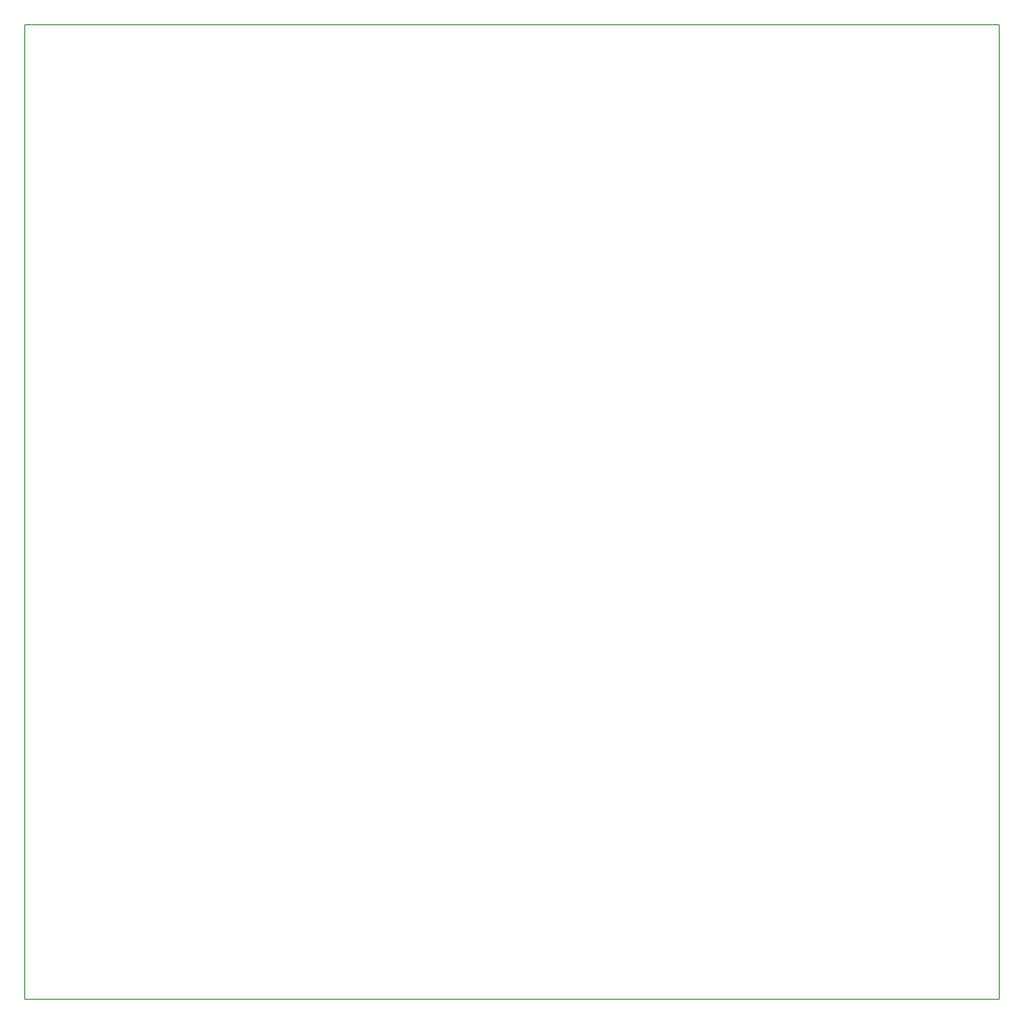
<source format=gbr>
G04 #@! TF.GenerationSoftware,KiCad,Pcbnew,5.1.5+dfsg1-2build2*
G04 #@! TF.CreationDate,2021-02-17T11:04:07+00:00*
G04 #@! TF.ProjectId,HILTOP_Motherboard,48494c54-4f50-45f4-9d6f-74686572626f,Rev C*
G04 #@! TF.SameCoordinates,Original*
G04 #@! TF.FileFunction,Profile,NP*
%FSLAX46Y46*%
G04 Gerber Fmt 4.6, Leading zero omitted, Abs format (unit mm)*
G04 Created by KiCad (PCBNEW 5.1.5+dfsg1-2build2) date 2021-02-17 11:04:07*
%MOMM*%
%LPD*%
G04 APERTURE LIST*
%ADD10C,0.150000*%
G04 APERTURE END LIST*
D10*
X220000000Y-50000000D02*
X220000000Y-220000000D01*
X220000000Y-220000000D02*
X50000000Y-220000000D01*
X50000000Y-50000000D02*
X50000000Y-220000000D01*
X50000000Y-50000000D02*
X220000000Y-50000000D01*
M02*

</source>
